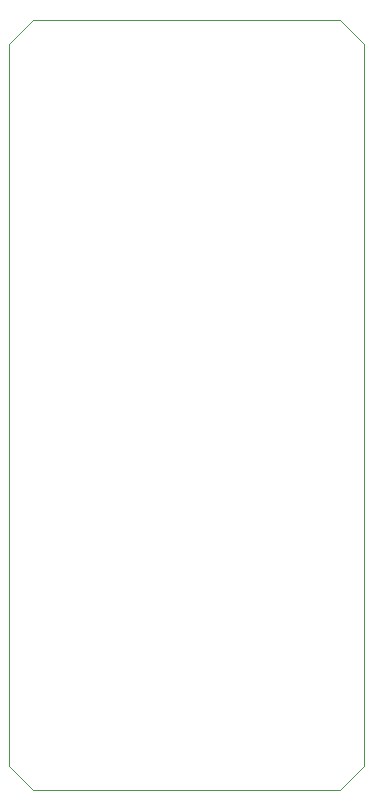
<source format=gm1>
G04 #@! TF.GenerationSoftware,KiCad,Pcbnew,6.0.1-79c1e3a40b~116~ubuntu21.04.1*
G04 #@! TF.CreationDate,2022-02-15T17:09:19-05:00*
G04 #@! TF.ProjectId,signal_generator,7369676e-616c-45f6-9765-6e657261746f,rev?*
G04 #@! TF.SameCoordinates,Original*
G04 #@! TF.FileFunction,Profile,NP*
%FSLAX46Y46*%
G04 Gerber Fmt 4.6, Leading zero omitted, Abs format (unit mm)*
G04 Created by KiCad (PCBNEW 6.0.1-79c1e3a40b~116~ubuntu21.04.1) date 2022-02-15 17:09:19*
%MOMM*%
%LPD*%
G01*
G04 APERTURE LIST*
G04 #@! TA.AperFunction,Profile*
%ADD10C,0.100000*%
G04 #@! TD*
G04 APERTURE END LIST*
D10*
X115400000Y-130600000D02*
X115400000Y-69400000D01*
X87400000Y-132600000D02*
X85400000Y-130600000D01*
X87400000Y-132600000D02*
X113400000Y-132600000D01*
X113400000Y-67400000D02*
X115400000Y-69400000D01*
X85400000Y-69400000D02*
X87400000Y-67400000D01*
X87400000Y-67400000D02*
X113400000Y-67400000D01*
X113400000Y-132600000D02*
X115400000Y-130600000D01*
X85400000Y-130600000D02*
X85400000Y-69400000D01*
M02*

</source>
